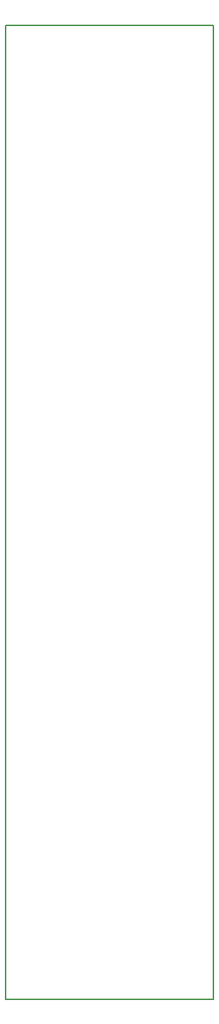
<source format=gbr>
%TF.GenerationSoftware,KiCad,Pcbnew,(5.1.6-0-10_14)*%
%TF.CreationDate,2020-09-16T10:10:36+02:00*%
%TF.ProjectId,cv_expander,63765f65-7870-4616-9e64-65722e6b6963,rev?*%
%TF.SameCoordinates,Original*%
%TF.FileFunction,Profile,NP*%
%FSLAX46Y46*%
G04 Gerber Fmt 4.6, Leading zero omitted, Abs format (unit mm)*
G04 Created by KiCad (PCBNEW (5.1.6-0-10_14)) date 2020-09-16 10:10:36*
%MOMM*%
%LPD*%
G01*
G04 APERTURE LIST*
%TA.AperFunction,Profile*%
%ADD10C,0.150000*%
%TD*%
G04 APERTURE END LIST*
D10*
X132000000Y-153000000D02*
X157000000Y-153000000D01*
X132000000Y-36000000D02*
X132000000Y-153000000D01*
X157000000Y-36000000D02*
X132000000Y-36000000D01*
X157000000Y-153000000D02*
X157000000Y-36000000D01*
M02*

</source>
